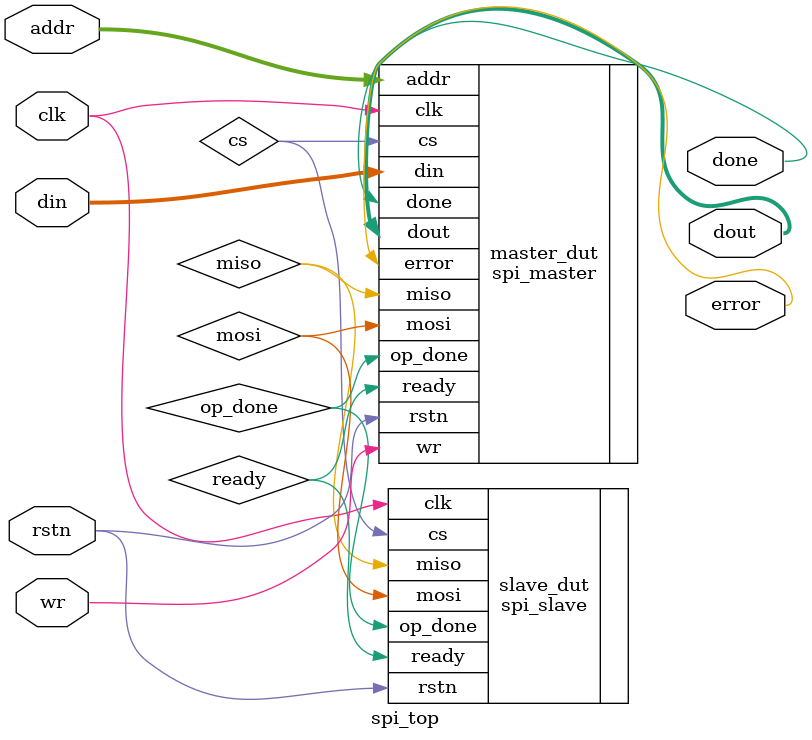
<source format=sv>
module spi_top (
    input           clk,
    input           rstn,
    input           wr,
    input  [7:0]    addr,
    input  [7:0]    din,
    output          done,
    output          error,
    output [7:0]    dout
);

    wire cs;
    wire mosi;
    wire miso;
    wire ready;
    wire op_done;

    spi_master master_dut(
        .clk(clk),
        .rstn(rstn),
        .wr(wr),
        .ready(ready),
        .op_done(op_done),
        .miso(miso),
        .addr(addr),
        .din(din),
        .mosi(mosi),
        .cs(cs),
        .done(done),
        .error(error),
        .dout(dout)
    );

    spi_slave slave_dut(
        .clk(clk),
        .rstn(rstn),
        .cs(cs),
        .mosi(mosi),
        .op_done(op_done),
        .ready(ready),
        .miso(miso)
    );
endmodule
</source>
